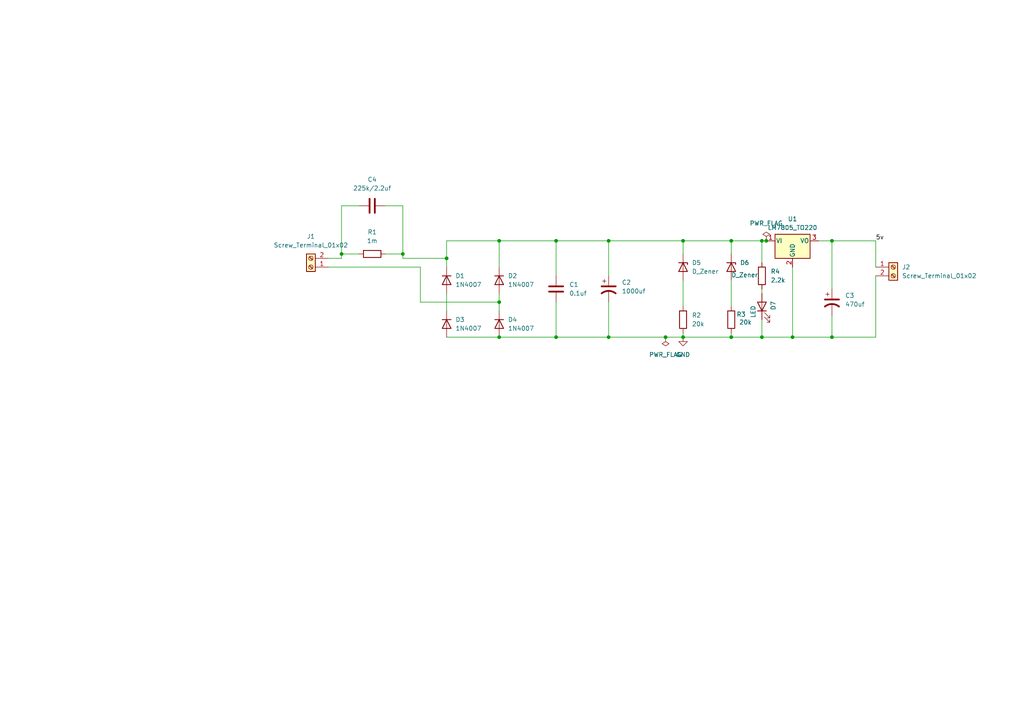
<source format=kicad_sch>
(kicad_sch (version 20250114) (generator "eeschema") (generator_version "9.0")
  (paper "A4")
  (title_block (title "transformerless power supply") (date "2025-12-06") (company "yoganshi pcb") (comment 1 "drawn by Engineer yoganshi"))
  (lib_symbols
    (symbol "Connector:Screw_Terminal_01x02" (pin_names (offset 1.016) (hide yes))
      (property "Reference" "J" (at 0 2.54 0))
      (property "Value" "Screw_Terminal_01x02" (at 0 -5.08 0))
      (symbol "Screw_Terminal_01x02_1_1"
        (rectangle (start -1.27 1.27) (end 1.27 -3.81) (stroke (width 0.254)) (fill (type background)))
        (polyline (pts (xy -0.5334 0.3302) (xy 0.3302 -0.508)) (stroke (width 0.1524)))
        (polyline (pts (xy -0.5334 -2.2098) (xy 0.3302 -3.048)) (stroke (width 0.1524)))
        (polyline (pts (xy -0.3556 0.508) (xy 0.508 -0.3302)) (stroke (width 0.1524)))
        (polyline (pts (xy -0.3556 -2.032) (xy 0.508 -2.8702)) (stroke (width 0.1524)))
        (circle (center 0 0) (radius 0.635) (stroke (width 0.1524)))
        (circle (center 0 -2.54) (radius 0.635) (stroke (width 0.1524)))
        (pin passive line (at -5.08 0 0) (length 3.81) (name "Pin_1") (number "1"))
        (pin passive line (at -5.08 -2.54 0) (length 3.81) (name "Pin_2") (number "2"))
      )
    )
    (symbol "Device:C" (pin_numbers (hide yes)) (pin_names (offset 0.254))
      (property "Reference" "C" (at 0.635 2.54 0))
      (property "Value" "C" (at 0.635 -2.54 0))
      (symbol "C_0_1"
        (polyline (pts (xy -2.032 0.762) (xy 2.032 0.762)) (stroke (width 0.508)))
        (polyline (pts (xy -2.032 -0.762) (xy 2.032 -0.762)) (stroke (width 0.508)))
      )
      (symbol "C_1_1"
        (pin passive line (at 0 3.81 270) (length 2.794) (name "~") (number "1"))
        (pin passive line (at 0 -3.81 90) (length 2.794) (name "~") (number "2"))
      )
    )
    (symbol "Device:C_Polarized_US" (pin_numbers (hide yes)) (pin_names (offset 0.254) (hide yes))
      (property "Reference" "C" (at 0.635 2.54 0))
      (property "Value" "C_Polarized_US" (at 0.635 -2.54 0))
      (symbol "C_Polarized_US_0_1"
        (polyline (pts (xy -2.032 0.762) (xy 2.032 0.762)) (stroke (width 0.508)))
        (polyline (pts (xy -1.778 2.286) (xy -0.762 2.286)))
        (polyline (pts (xy -1.27 1.778) (xy -1.27 2.794)))
        (arc (start -2.032 -1.27) (mid 0 -0.5572) (end 2.032 -1.27) (stroke (width 0.508)))
      )
      (symbol "C_Polarized_US_1_1"
        (pin passive line (at 0 3.81 270) (length 2.794) (name "~") (number "1"))
        (pin passive line (at 0 -3.81 90) (length 3.302) (name "~") (number "2"))
      )
    )
    (symbol "Device:D_Zener" (pin_numbers (hide yes)) (pin_names (offset 1.016) (hide yes))
      (property "Reference" "D" (at 0 2.54 0))
      (property "Value" "D_Zener" (at 0 -2.54 0))
      (symbol "D_Zener_0_1"
        (polyline (pts (xy -1.27 -1.27) (xy -1.27 1.27) (xy -0.762 1.27)) (stroke (width 0.254)))
        (polyline (pts (xy 1.27 0) (xy -1.27 0)))
        (polyline (pts (xy 1.27 -1.27) (xy 1.27 1.27) (xy -1.27 0) (xy 1.27 -1.27)) (stroke (width 0.254)))
      )
      (symbol "D_Zener_1_1"
        (pin passive line (at -3.81 0 0) (length 2.54) (name "K") (number "1"))
        (pin passive line (at 3.81 0 180) (length 2.54) (name "A") (number "2"))
      )
    )
    (symbol "Device:LED" (pin_numbers (hide yes)) (pin_names (offset 1.016) (hide yes))
      (property "Reference" "D" (at 0 2.54 0))
      (property "Value" "LED" (at 0 -2.54 0))
      (symbol "LED_0_1"
        (polyline (pts (xy -3.048 -0.762) (xy -4.572 -2.286) (xy -3.81 -2.286) (xy -4.572 -2.286) (xy -4.572 -1.524)))
        (polyline (pts (xy -1.778 -0.762) (xy -3.302 -2.286) (xy -2.54 -2.286) (xy -3.302 -2.286) (xy -3.302 -1.524)))
        (polyline (pts (xy -1.27 0) (xy 1.27 0)))
        (polyline (pts (xy -1.27 -1.27) (xy -1.27 1.27)) (stroke (width 0.254)))
        (polyline (pts (xy 1.27 -1.27) (xy 1.27 1.27) (xy -1.27 0) (xy 1.27 -1.27)) (stroke (width 0.254)))
      )
      (symbol "LED_1_1"
        (pin passive line (at -3.81 0 0) (length 2.54) (name "K") (number "1"))
        (pin passive line (at 3.81 0 180) (length 2.54) (name "A") (number "2"))
      )
    )
    (symbol "Device:R" (pin_numbers (hide yes)) (pin_names (offset 0))
      (property "Reference" "R" (at 2.032 0 90))
      (property "Value" "R" (at 0 0 90))
      (symbol "R_0_1"
        (rectangle (start -1.016 -2.54) (end 1.016 2.54) (stroke (width 0.254)))
      )
      (symbol "R_1_1"
        (pin passive line (at 0 3.81 270) (length 1.27) (name "~") (number "1"))
        (pin passive line (at 0 -3.81 90) (length 1.27) (name "~") (number "2"))
      )
    )
    (symbol "Diode:1N4007" (pin_numbers (hide yes)) (pin_names (hide yes))
      (property "Reference" "D" (at 0 2.54 0))
      (property "Value" "1N4007" (at 0 -2.54 0))
      (symbol "1N4007_0_1"
        (polyline (pts (xy -1.27 1.27) (xy -1.27 -1.27)) (stroke (width 0.254)))
        (polyline (pts (xy 1.27 1.27) (xy 1.27 -1.27) (xy -1.27 0) (xy 1.27 1.27)) (stroke (width 0.254)))
        (polyline (pts (xy 1.27 0) (xy -1.27 0)))
      )
      (symbol "1N4007_1_1"
        (pin passive line (at -3.81 0 0) (length 2.54) (name "K") (number "1"))
        (pin passive line (at 3.81 0 180) (length 2.54) (name "A") (number "2"))
      )
    )
    (symbol "Regulator_Linear:LM7805_TO220" (pin_names (offset 0.254))
      (property "Reference" "U" (at -3.81 3.175 0))
      (property "Value" "LM7805_TO220" (at 0 3.175 0))
      (symbol "LM7805_TO220_0_1"
        (rectangle (start -5.08 1.905) (end 5.08 -5.08) (stroke (width 0.254)) (fill (type background)))
      )
      (symbol "LM7805_TO220_1_1"
        (pin power_in line (at -7.62 0 0) (length 2.54) (name "VI") (number "1"))
        (pin power_in line (at 0 -7.62 90) (length 2.54) (name "GND") (number "2"))
        (pin power_out line (at 7.62 0 180) (length 2.54) (name "VO") (number "3"))
      )
    )
    (symbol "power:GND" (power) (pin_numbers (hide yes)) (pin_names (offset 0) (hide yes))
      (property "Value" "GND" (at 0 -3.81 0))
      (symbol "GND_0_1"
        (polyline (pts (xy 0 0) (xy 0 -1.27) (xy 1.27 -1.27) (xy 0 -2.54) (xy -1.27 -1.27) (xy 0 -1.27)))
      )
      (symbol "GND_1_1"
        (pin power_in line (at 0 0 270) (length 0) (name "~") (number "1"))
      )
    )
    (symbol "power:PWR_FLAG" (power) (pin_numbers (hide yes)) (pin_names (offset 0) (hide yes))
      (property "Value" "PWR_FLAG" (at 0 3.81 0))
      (symbol "PWR_FLAG_0_0"
        (pin power_out line (at 0 0 90) (length 0) (name "~") (number "1"))
      )
      (symbol "PWR_FLAG_0_1"
        (polyline (pts (xy 0 0) (xy 0 1.27) (xy -1.016 1.905) (xy 0 2.54) (xy 1.016 1.905) (xy 0 1.27)))
      )
    )
  )
  (junction (at 144.78 97.79))
  (junction (at 176.53 69.85))
  (junction (at 222.25 69.85))
  (junction (at 116.84 73.66))
  (junction (at 176.53 97.79))
  (junction (at 198.12 69.85))
  (junction (at 129.54 74.93))
  (junction (at 220.98 69.85))
  (junction (at 99.06 73.66))
  (junction (at 193.04 97.79))
  (junction (at 241.3 97.79))
  (junction (at 144.78 87.63))
  (junction (at 229.87 97.79))
  (junction (at 161.29 97.79))
  (junction (at 212.09 69.85))
  (junction (at 241.3 69.85))
  (junction (at 212.09 97.79))
  (junction (at 220.98 97.79))
  (junction (at 161.29 69.85))
  (junction (at 198.12 97.79))
  (junction (at 144.78 69.85))
  (wire (pts (xy 222.25 69.85) (xy 220.98 69.85)))
  (wire (pts (xy 198.12 81.28) (xy 198.12 88.9)))
  (wire (pts (xy 198.12 69.85) (xy 198.12 73.66)))
  (wire (pts (xy 99.06 73.66) (xy 99.06 59.69)))
  (wire (pts (xy 229.87 97.79) (xy 241.3 97.79)))
  (wire (pts (xy 212.09 69.85) (xy 212.09 73.66)))
  (wire (pts (xy 212.09 81.28) (xy 212.09 88.9)))
  (wire (pts (xy 129.54 74.93) (xy 129.54 69.85)))
  (wire (pts (xy 176.53 97.79) (xy 193.04 97.79)))
  (wire (pts (xy 229.87 77.47) (xy 229.87 97.79)))
  (wire (pts (xy 121.92 87.63) (xy 144.78 87.63)))
  (wire (pts (xy 129.54 69.85) (xy 144.78 69.85)))
  (wire (pts (xy 198.12 97.79) (xy 212.09 97.79)))
  (wire (pts (xy 129.54 77.47) (xy 129.54 74.93)))
  (wire (pts (xy 212.09 97.79) (xy 220.98 97.79)))
  (wire (pts (xy 254 97.79) (xy 254 80.01)))
  (wire (pts (xy 212.09 97.79) (xy 212.09 96.52)))
  (wire (pts (xy 116.84 73.66) (xy 116.84 74.93)))
  (wire (pts (xy 176.53 69.85) (xy 176.53 80.01)))
  (wire (pts (xy 99.06 59.69) (xy 104.14 59.69)))
  (wire (pts (xy 111.76 59.69) (xy 116.84 59.69)))
  (wire (pts (xy 254 69.85) (xy 254 77.47)))
  (wire (pts (xy 193.04 97.79) (xy 198.12 97.79)))
  (wire (pts (xy 99.06 74.93) (xy 99.06 73.66)))
  (wire (pts (xy 198.12 69.85) (xy 212.09 69.85)))
  (wire (pts (xy 198.12 97.79) (xy 198.12 96.52)))
  (wire (pts (xy 116.84 73.66) (xy 111.76 73.66)))
  (wire (pts (xy 144.78 87.63) (xy 144.78 90.17)))
  (wire (pts (xy 161.29 69.85) (xy 176.53 69.85)))
  (wire (pts (xy 237.49 69.85) (xy 241.3 69.85)))
  (wire (pts (xy 220.98 97.79) (xy 229.87 97.79)))
  (wire (pts (xy 161.29 87.63) (xy 161.29 97.79)))
  (wire (pts (xy 241.3 69.85) (xy 241.3 83.82)))
  (wire (pts (xy 144.78 97.79) (xy 161.29 97.79)))
  (wire (pts (xy 116.84 74.93) (xy 129.54 74.93)))
  (wire (pts (xy 176.53 87.63) (xy 176.53 97.79)))
  (wire (pts (xy 241.3 97.79) (xy 241.3 91.44)))
  (wire (pts (xy 220.98 92.71) (xy 220.98 97.79)))
  (wire (pts (xy 241.3 97.79) (xy 254 97.79)))
  (wire (pts (xy 176.53 69.85) (xy 198.12 69.85)))
  (wire (pts (xy 121.92 77.47) (xy 121.92 87.63)))
  (wire (pts (xy 161.29 69.85) (xy 161.29 80.01)))
  (wire (pts (xy 220.98 85.09) (xy 220.98 83.82)))
  (wire (pts (xy 241.3 69.85) (xy 254 69.85)))
  (wire (pts (xy 144.78 85.09) (xy 144.78 87.63)))
  (wire (pts (xy 144.78 69.85) (xy 144.78 77.47)))
  (wire (pts (xy 95.25 74.93) (xy 99.06 74.93)))
  (wire (pts (xy 95.25 77.47) (xy 121.92 77.47)))
  (wire (pts (xy 129.54 85.09) (xy 129.54 90.17)))
  (wire (pts (xy 99.06 73.66) (xy 104.14 73.66)))
  (wire (pts (xy 144.78 69.85) (xy 161.29 69.85)))
  (wire (pts (xy 220.98 69.85) (xy 220.98 76.2)))
  (wire (pts (xy 116.84 59.69) (xy 116.84 73.66)))
  (wire (pts (xy 129.54 97.79) (xy 144.78 97.79)))
  (wire (pts (xy 161.29 97.79) (xy 176.53 97.79)))
  (wire (pts (xy 212.09 69.85) (xy 220.98 69.85)))
  (label "5v" (at 254 69.85 0))
  (symbol (lib_id "Diode:1N4007") (at 144.78 81.28 270) (unit 1)
    (property "Reference" "D2" (at 147.32 80.0099 90) (effects (justify left)))
    (property "Value" "1N4007" (at 147.32 82.5499 90) (effects (justify left)))
    (property "Footprint" "Diode_THT:D_DO-41_SOD81_P10.16mm_Horizontal" (effects (hide yes)))
    (property "Datasheet" "http://www.vishay.com/docs/88503/1n4001.pdf" (effects (hide yes)))
    (property "Description" "1000V 1A General Purpose Rectifier Diode, DO-41" (effects (hide yes)))
    (property "Sim.Device" "D" (effects (hide yes)))
    (property "Sim.Pins" "1=K 2=A" (effects (hide yes)))
  )
  (symbol (lib_id "Device:R") (at 198.12 92.71 0) (unit 1)
    (property "Reference" "R2" (at 200.66 91.4399 0) (effects (justify left)))
    (property "Value" "20k" (at 200.66 93.9799 0) (effects (justify left)))
    (property "Footprint" "Resistor_THT:R_Axial_DIN0207_L6.3mm_D2.5mm_P7.62mm_Horizontal" (effects (hide yes)))
    (property "Description" "Resistor" (effects (hide yes)))
  )
  (symbol (lib_id "Device:R") (at 107.95 73.66 90) (unit 1)
    (property "Reference" "R1" (at 107.95 67.31 90))
    (property "Value" "1m" (at 107.95 69.85 90))
    (property "Footprint" "Resistor_THT:R_Axial_DIN0207_L6.3mm_D2.5mm_P7.62mm_Horizontal" (effects (hide yes)))
    (property "Description" "Resistor" (effects (hide yes)))
  )
  (symbol (lib_id "Device:R") (at 212.09 92.71 0) (unit 1)
    (property "Reference" "R3" (at 213.614 91.186 0) (effects (justify left)))
    (property "Value" "20k" (at 214.376 93.472 0) (effects (justify left)))
    (property "Footprint" "Resistor_THT:R_Axial_DIN0207_L6.3mm_D2.5mm_P7.62mm_Horizontal" (effects (hide yes)))
    (property "Description" "Resistor" (effects (hide yes)))
  )
  (symbol (lib_id "Diode:1N4007") (at 129.54 81.28 270) (unit 1)
    (property "Reference" "D1" (at 132.08 80.0099 90) (effects (justify left)))
    (property "Value" "1N4007" (at 132.08 82.5499 90) (effects (justify left)))
    (property "Footprint" "Diode_THT:D_DO-41_SOD81_P10.16mm_Horizontal" (effects (hide yes)))
    (property "Datasheet" "http://www.vishay.com/docs/88503/1n4001.pdf" (effects (hide yes)))
    (property "Description" "1000V 1A General Purpose Rectifier Diode, DO-41" (effects (hide yes)))
    (property "Sim.Device" "D" (effects (hide yes)))
    (property "Sim.Pins" "1=K 2=A" (effects (hide yes)))
  )
  (symbol (lib_id "Connector:Screw_Terminal_01x02") (at 259.08 77.47 0) (unit 1)
    (property "Reference" "J2" (at 261.62 77.4699 0) (effects (justify left)))
    (property "Value" "Screw_Terminal_01x02" (at 261.62 80.0099 0) (effects (justify left)))
    (property "Footprint" "TerminalBlock:TerminalBlock_MaiXu_MX126-5.0-02P_1x02_P5.00mm" (effects (hide yes)))
    (property "Description" "Generic screw terminal, single row, 01x02, script generated (kicad-library-utils/schlib/autogen/connector/)" (effects (hide yes)))
  )
  (symbol (lib_id "power:PWR_FLAG") (at 193.04 97.79 180) (unit 1)
    (property "Reference" "#FLG02" (effects (hide yes)))
    (property "Value" "PWR_FLAG" (at 193.04 102.87 0))
    (property "Description" "Special symbol for telling ERC where power comes from" (effects (hide yes)))
  )
  (symbol (lib_id "power:PWR_FLAG") (at 222.25 69.85 0) (unit 1)
    (property "Reference" "#FLG01" (effects (hide yes)))
    (property "Value" "PWR_FLAG" (at 222.25 64.77 0))
    (property "Description" "Special symbol for telling ERC where power comes from" (effects (hide yes)))
  )
  (symbol (lib_id "Device:C") (at 107.95 59.69 270) (unit 1)
    (property "Reference" "C4" (at 107.95 52.07 90))
    (property "Value" "225k/2.2uf" (at 107.95 54.61 90))
    (property "Footprint" "Capacitor_THT:C_Rect_L18.0mm_W6.0mm_P15.00mm_FKS3_FKP3" (effects (hide yes)))
    (property "Description" "Unpolarized capacitor" (effects (hide yes)))
  )
  (symbol (lib_id "Diode:1N4007") (at 129.54 93.98 270) (unit 1)
    (property "Reference" "D3" (at 132.08 92.7099 90) (effects (justify left)))
    (property "Value" "1N4007" (at 132.08 95.2499 90) (effects (justify left)))
    (property "Footprint" "Diode_THT:D_DO-41_SOD81_P10.16mm_Horizontal" (effects (hide yes)))
    (property "Datasheet" "http://www.vishay.com/docs/88503/1n4001.pdf" (effects (hide yes)))
    (property "Description" "1000V 1A General Purpose Rectifier Diode, DO-41" (effects (hide yes)))
    (property "Sim.Device" "D" (effects (hide yes)))
    (property "Sim.Pins" "1=K 2=A" (effects (hide yes)))
  )
  (symbol (lib_id "Device:LED") (at 220.98 88.9 90) (unit 1)
    (property "Reference" "D7" (at 224.282 88.646 0))
    (property "Value" "LED" (at 218.44 90.424 0))
    (property "Footprint" "LED_THT:LED_D5.0mm" (effects (hide yes)))
    (property "Description" "Light emitting diode" (effects (hide yes)))
    (property "Sim.Pins" "1=K 2=A" (effects (hide yes)))
  )
  (symbol (lib_id "Device:C_Polarized_US") (at 176.53 83.82 0) (unit 1)
    (property "Reference" "C2" (at 180.34 81.9149 0) (effects (justify left)))
    (property "Value" "1000uf" (at 180.34 84.4549 0) (effects (justify left)))
    (property "Footprint" "Capacitor_THT:CP_Radial_D10.0mm_P5.00mm" (effects (hide yes)))
    (property "Description" "Polarized capacitor, US symbol" (effects (hide yes)))
  )
  (symbol (lib_id "Regulator_Linear:LM7805_TO220") (at 229.87 69.85 0) (unit 1)
    (property "Reference" "U1" (at 229.87 63.5 0))
    (property "Value" "LM7805_TO220" (at 229.87 66.04 0))
    (property "Footprint" "Package_TO_SOT_THT:TO-220-3_Vertical" (effects (hide yes)))
    (property "Datasheet" "https://www.onsemi.cn/PowerSolutions/document/MC7800-D.PDF" (effects (hide yes)))
    (property "Description" "Positive 1A 35V Linear Regulator, Fixed Output 5V, TO-220" (effects (hide yes)))
  )
  (symbol (lib_id "Diode:1N4007") (at 144.78 93.98 270) (unit 1)
    (property "Reference" "D4" (at 147.32 92.7099 90) (effects (justify left)))
    (property "Value" "1N4007" (at 147.32 95.2499 90) (effects (justify left)))
    (property "Footprint" "Diode_THT:D_DO-41_SOD81_P10.16mm_Horizontal" (effects (hide yes)))
    (property "Datasheet" "http://www.vishay.com/docs/88503/1n4001.pdf" (effects (hide yes)))
    (property "Description" "1000V 1A General Purpose Rectifier Diode, DO-41" (effects (hide yes)))
    (property "Sim.Device" "D" (effects (hide yes)))
    (property "Sim.Pins" "1=K 2=A" (effects (hide yes)))
  )
  (symbol (lib_id "Device:D_Zener") (at 212.09 77.47 270) (unit 1)
    (property "Reference" "D6" (at 214.63 76.1999 90) (effects (justify left)))
    (property "Value" "D_Zener" (at 212.09 79.756 90) (effects (justify left)))
    (property "Footprint" "Diode_THT:D_A-405_P7.62mm_Horizontal" (effects (hide yes)))
    (property "Description" "Zener diode" (effects (hide yes)))
  )
  (symbol (lib_id "Connector:Screw_Terminal_01x02") (at 90.17 77.47 180) (unit 1)
    (property "Reference" "J1" (at 90.17 68.58 0))
    (property "Value" "Screw_Terminal_01x02" (at 90.17 71.12 0))
    (property "Footprint" "TerminalBlock:TerminalBlock_MaiXu_MX126-5.0-02P_1x02_P5.00mm" (effects (hide yes)))
    (property "Description" "Generic screw terminal, single row, 01x02, script generated (kicad-library-utils/schlib/autogen/connector/)" (effects (hide yes)))
  )
  (symbol (lib_id "Device:R") (at 220.98 80.01 0) (unit 1)
    (property "Reference" "R4" (at 223.52 78.7399 0) (effects (justify left)))
    (property "Value" "2.2k" (at 223.52 81.2799 0) (effects (justify left)))
    (property "Footprint" "Resistor_THT:R_Axial_DIN0207_L6.3mm_D2.5mm_P7.62mm_Horizontal" (effects (hide yes)))
    (property "Description" "Resistor" (effects (hide yes)))
  )
  (symbol (lib_id "Device:C") (at 161.29 83.82 0) (unit 1)
    (property "Reference" "C1" (at 165.1 82.5499 0) (effects (justify left)))
    (property "Value" "0.1uf" (at 165.1 85.0899 0) (effects (justify left)))
    (property "Footprint" "Capacitor_THT:C_Disc_D4.7mm_W2.5mm_P5.00mm" (effects (hide yes)))
    (property "Description" "Unpolarized capacitor" (effects (hide yes)))
  )
  (symbol (lib_id "power:GND") (at 198.12 97.79 0) (unit 1)
    (property "Reference" "#PWR01" (effects (hide yes)))
    (property "Value" "GND" (at 198.12 102.87 0))
    (property "Description" "Power symbol creates a global label with name \"GND\" , ground" (effects (hide yes)))
  )
  (symbol (lib_id "Device:C_Polarized_US") (at 241.3 87.63 0) (unit 1)
    (property "Reference" "C3" (at 245.11 85.7249 0) (effects (justify left)))
    (property "Value" "470uf" (at 245.11 88.2649 0) (effects (justify left)))
    (property "Footprint" "Capacitor_THT:CP_Radial_D10.0mm_P3.80mm" (effects (hide yes)))
    (property "Description" "Polarized capacitor, US symbol" (effects (hide yes)))
  )
  (symbol (lib_id "Device:D_Zener") (at 198.12 77.47 270) (unit 1)
    (property "Reference" "D5" (at 200.66 76.1999 90) (effects (justify left)))
    (property "Value" "D_Zener" (at 200.66 78.7399 90) (effects (justify left)))
    (property "Footprint" "Diode_THT:D_A-405_P7.62mm_Horizontal" (effects (hide yes)))
    (property "Description" "Zener diode" (effects (hide yes)))
  )
)
</source>
